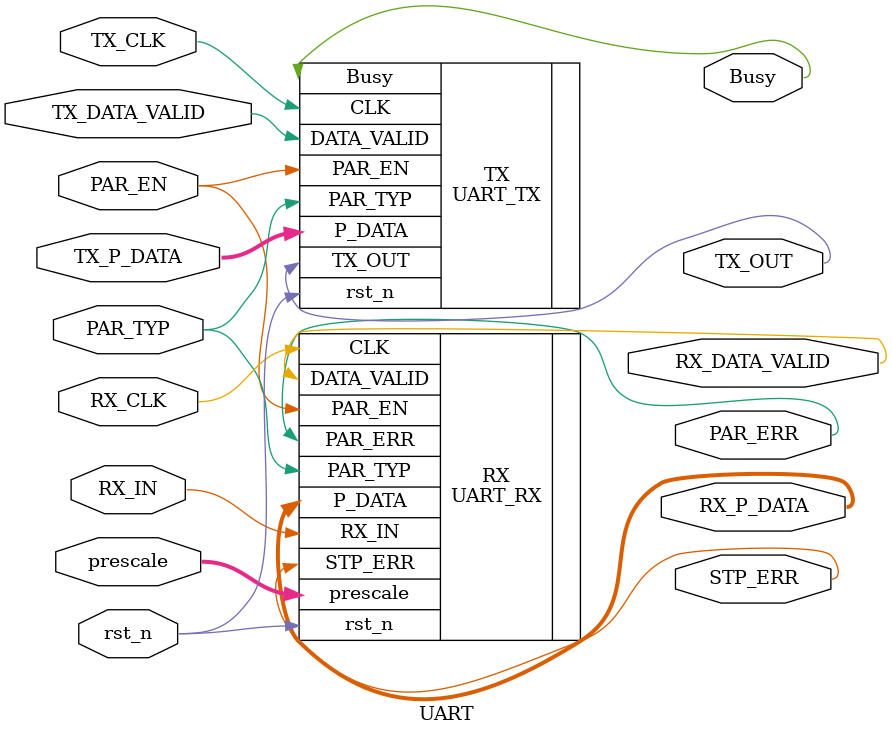
<source format=v>
module UART #(
	parameter INPUT_WIDTH  = 8,
	parameter OUTPUT_WIDTH = 8,
	parameter PRESCALE_IN  = 5
)
(
	input  wire 			       rst_n,
	input  wire 			       TX_CLK,
	input  wire					   RX_CLK,
	input  wire					   RX_IN,
	input  wire [OUTPUT_WIDTH-1:0] TX_P_DATA,
	input  wire 				   PAR_EN,
    input  wire 				   PAR_TYP,
	input  wire 				   TX_DATA_VALID,
	input  wire [PRESCALE_IN-1:0]  prescale,
	output wire 				   TX_OUT,
	output wire [INPUT_WIDTH-1:0]  RX_P_DATA,
	output wire 			       Busy,
	output wire 				   RX_DATA_VALID,
	output wire					   PAR_ERR,
	output wire					   STP_ERR	
);

UART_TX TX (
	.rst_n(rst_n),
	.CLK(TX_CLK),
	.P_DATA(TX_P_DATA),
	.DATA_VALID(TX_DATA_VALID),
	.PAR_EN(PAR_EN),
	.PAR_TYP(PAR_TYP),
	.TX_OUT(TX_OUT),
	.Busy(Busy)
);

UART_RX RX (
	.rst_n(rst_n),
	.CLK(RX_CLK),
	.RX_IN(RX_IN),
	.prescale(prescale),
	.PAR_EN(PAR_EN),
	.PAR_TYP(PAR_TYP),
	.P_DATA(RX_P_DATA),
	.DATA_VALID(RX_DATA_VALID),
	.PAR_ERR(PAR_ERR),
	.STP_ERR(STP_ERR)	
);

endmodule
</source>
